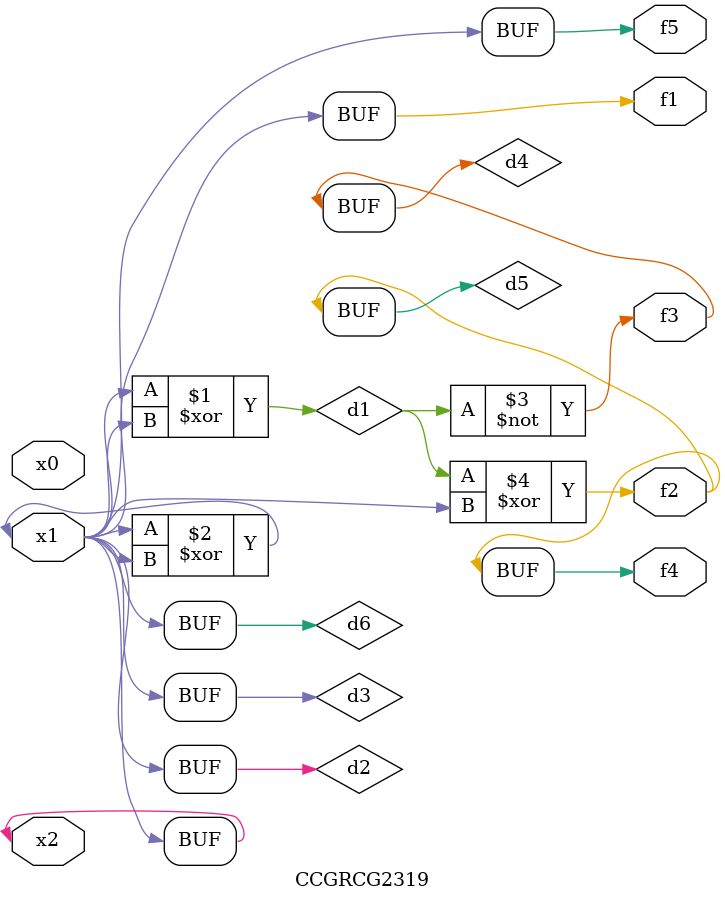
<source format=v>
module CCGRCG2319(
	input x0, x1, x2,
	output f1, f2, f3, f4, f5
);

	wire d1, d2, d3, d4, d5, d6;

	xor (d1, x1, x2);
	buf (d2, x1, x2);
	xor (d3, x1, x2);
	nor (d4, d1);
	xor (d5, d1, d2);
	buf (d6, d2, d3);
	assign f1 = d6;
	assign f2 = d5;
	assign f3 = d4;
	assign f4 = d5;
	assign f5 = d6;
endmodule

</source>
